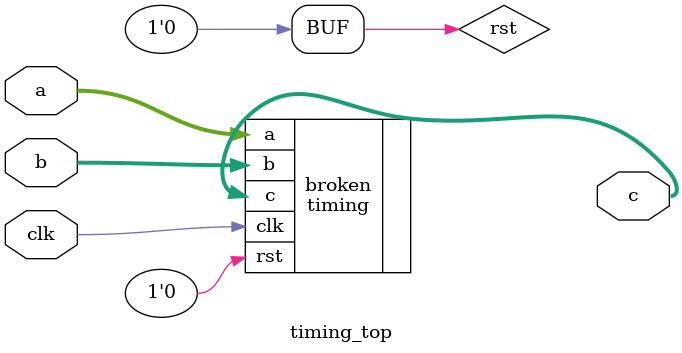
<source format=v>
module timing_top(
    // 12MHz clock input
    input clk,
    input [8:0] a,
    input [8:0] b,
    output [35:0] c
    );

wire rst = 1'b0;

timing broken (
    .clk(clk),
    .rst(rst),
    .a(a),
    .b(b),
    .c(c)
);

endmodule

</source>
